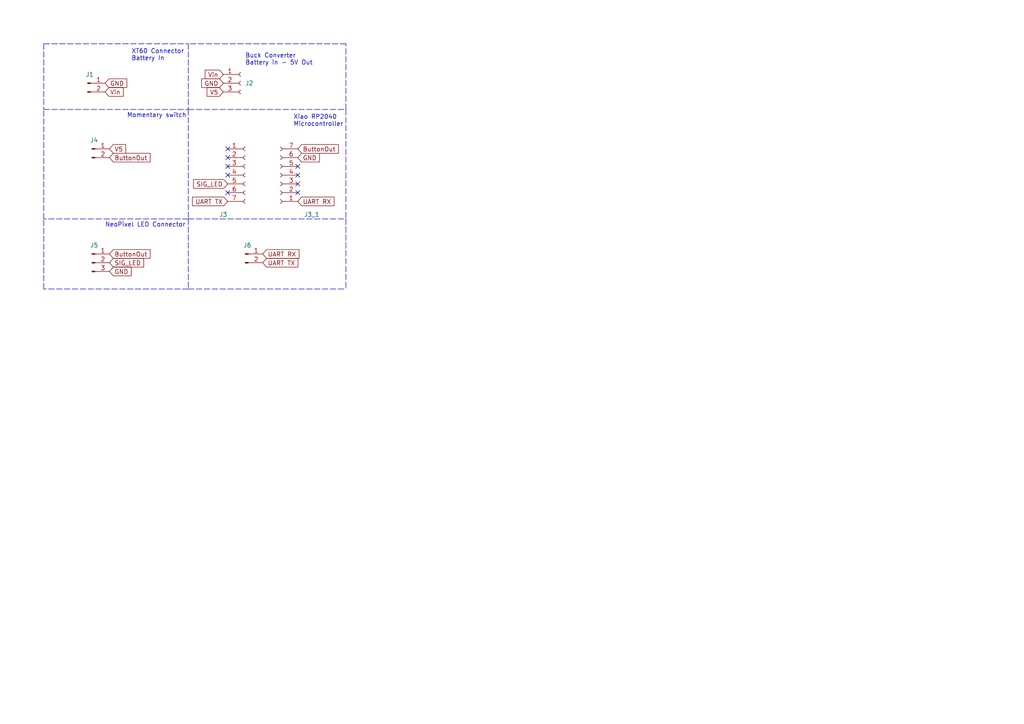
<source format=kicad_sch>
(kicad_sch (version 20211123) (generator eeschema)
  (paper "A4")
  (lib_symbols
    (symbol "Connector:Conn_01x02_Male" (pin_names (offset 1.016) hide)
      (property "Reference" "J" (at 0 2.54 0))
      (property "Value" "Conn_01x02_Male" (at 0 -5.08 0))
      (symbol "Conn_01x02_Male_1_1"
        (polyline (pts (xy 1.27 -2.54) (xy 0.8636 -2.54)) (stroke (width 0.1524)))
        (polyline (pts (xy 1.27 0) (xy 0.8636 0)) (stroke (width 0.1524)))
        (rectangle (start 0.8636 -2.413) (end 0 -2.667) (stroke (width 0.1524)) (fill (type outline)))
        (rectangle (start 0.8636 0.127) (end 0 -0.127) (stroke (width 0.1524)) (fill (type outline)))
        (pin passive line (at 5.08 0 180) (length 3.81) (name "Pin_1") (number "1"))
        (pin passive line (at 5.08 -2.54 180) (length 3.81) (name "Pin_2") (number "2"))
      )
    )
    (symbol "Connector:Conn_01x03_Female" (pin_names (offset 1.016) hide)
      (property "Reference" "J" (at 0 5.08 0))
      (property "Value" "Conn_01x03_Female" (at 0 -5.08 0))
      (symbol "Conn_01x03_Female_1_1"
        (arc (start 0 -2.032) (mid -0.508 -2.54) (end 0 -3.048) (stroke (width 0.1524)))
        (polyline (pts (xy -1.27 -2.54) (xy -0.508 -2.54)) (stroke (width 0.1524)))
        (polyline (pts (xy -1.27 0) (xy -0.508 0)) (stroke (width 0.1524)))
        (polyline (pts (xy -1.27 2.54) (xy -0.508 2.54)) (stroke (width 0.1524)))
        (arc (start 0 0.508) (mid -0.508 0) (end 0 -0.508) (stroke (width 0.1524)))
        (arc (start 0 3.048) (mid -0.508 2.54) (end 0 2.032) (stroke (width 0.1524)))
        (pin passive line (at -5.08 2.54 0) (length 3.81) (name "Pin_1") (number "1"))
        (pin passive line (at -5.08 0 0) (length 3.81) (name "Pin_2") (number "2"))
        (pin passive line (at -5.08 -2.54 0) (length 3.81) (name "Pin_3") (number "3"))
      )
    )
    (symbol "Connector:Conn_01x03_Male" (pin_names (offset 1.016) hide)
      (property "Reference" "J" (at 0 5.08 0))
      (property "Value" "Conn_01x03_Male" (at 0 -5.08 0))
      (symbol "Conn_01x03_Male_1_1"
        (polyline (pts (xy 1.27 -2.54) (xy 0.8636 -2.54)) (stroke (width 0.1524)))
        (polyline (pts (xy 1.27 0) (xy 0.8636 0)) (stroke (width 0.1524)))
        (polyline (pts (xy 1.27 2.54) (xy 0.8636 2.54)) (stroke (width 0.1524)))
        (rectangle (start 0.8636 -2.413) (end 0 -2.667) (stroke (width 0.1524)) (fill (type outline)))
        (rectangle (start 0.8636 0.127) (end 0 -0.127) (stroke (width 0.1524)) (fill (type outline)))
        (rectangle (start 0.8636 2.667) (end 0 2.413) (stroke (width 0.1524)) (fill (type outline)))
        (pin passive line (at 5.08 2.54 180) (length 3.81) (name "Pin_1") (number "1"))
        (pin passive line (at 5.08 0 180) (length 3.81) (name "Pin_2") (number "2"))
        (pin passive line (at 5.08 -2.54 180) (length 3.81) (name "Pin_3") (number "3"))
      )
    )
    (symbol "Connector:Conn_01x07_Female" (pin_names (offset 1.016) hide)
      (property "Reference" "J" (at 0 10.16 0))
      (property "Value" "Conn_01x07_Female" (at 0 -10.16 0))
      (symbol "Conn_01x07_Female_1_1"
        (arc (start 0 -7.112) (mid -0.508 -7.62) (end 0 -8.128) (stroke (width 0.1524)))
        (arc (start 0 -4.572) (mid -0.508 -5.08) (end 0 -5.588) (stroke (width 0.1524)))
        (arc (start 0 -2.032) (mid -0.508 -2.54) (end 0 -3.048) (stroke (width 0.1524)))
        (polyline (pts (xy -1.27 -7.62) (xy -0.508 -7.62)) (stroke (width 0.1524)))
        (polyline (pts (xy -1.27 -5.08) (xy -0.508 -5.08)) (stroke (width 0.1524)))
        (polyline (pts (xy -1.27 -2.54) (xy -0.508 -2.54)) (stroke (width 0.1524)))
        (polyline (pts (xy -1.27 0) (xy -0.508 0)) (stroke (width 0.1524)))
        (polyline (pts (xy -1.27 2.54) (xy -0.508 2.54)) (stroke (width 0.1524)))
        (polyline (pts (xy -1.27 5.08) (xy -0.508 5.08)) (stroke (width 0.1524)))
        (polyline (pts (xy -1.27 7.62) (xy -0.508 7.62)) (stroke (width 0.1524)))
        (arc (start 0 0.508) (mid -0.508 0) (end 0 -0.508) (stroke (width 0.1524)))
        (arc (start 0 3.048) (mid -0.508 2.54) (end 0 2.032) (stroke (width 0.1524)))
        (arc (start 0 5.588) (mid -0.508 5.08) (end 0 4.572) (stroke (width 0.1524)))
        (arc (start 0 8.128) (mid -0.508 7.62) (end 0 7.112) (stroke (width 0.1524)))
        (pin passive line (at -5.08 7.62 0) (length 3.81) (name "Pin_1") (number "1"))
        (pin passive line (at -5.08 5.08 0) (length 3.81) (name "Pin_2") (number "2"))
        (pin passive line (at -5.08 2.54 0) (length 3.81) (name "Pin_3") (number "3"))
        (pin passive line (at -5.08 0 0) (length 3.81) (name "Pin_4") (number "4"))
        (pin passive line (at -5.08 -2.54 0) (length 3.81) (name "Pin_5") (number "5"))
        (pin passive line (at -5.08 -5.08 0) (length 3.81) (name "Pin_6") (number "6"))
        (pin passive line (at -5.08 -7.62 0) (length 3.81) (name "Pin_7") (number "7"))
      )
    )
  )
  (no_connect (at 66.04 43.18))
  (no_connect (at 86.36 55.88))
  (no_connect (at 66.04 45.72))
  (no_connect (at 66.04 55.88))
  (no_connect (at 66.04 50.8))
  (no_connect (at 66.04 48.26))
  (no_connect (at 86.36 53.34))
  (no_connect (at 86.36 48.26))
  (no_connect (at 86.36 50.8))
  (polyline (pts (xy 100.33 63.5) (xy 100.33 83.82)))
  (polyline (pts (xy 54.61 63.5) (xy 100.33 63.5)))
  (polyline (pts (xy 54.61 31.75) (xy 100.33 31.75)))
  (polyline (pts (xy 54.61 31.75) (xy 54.61 63.5)))
  (polyline (pts (xy 54.61 83.82) (xy 100.33 83.82)))
  (polyline (pts (xy 100.33 12.7) (xy 54.61 12.7)))
  (polyline (pts (xy 54.61 63.5) (xy 12.7 63.5)))
  (polyline (pts (xy 100.33 31.75) (xy 100.33 12.7)))
  (polyline (pts (xy 12.7 83.82) (xy 12.7 63.5)))
  (polyline (pts (xy 54.61 12.7) (xy 54.61 31.75)))
  (polyline (pts (xy 54.61 83.82) (xy 12.7 83.82)))
  (polyline (pts (xy 100.33 31.75) (xy 100.33 63.5)))
  (polyline (pts (xy 12.7 63.5) (xy 12.7 31.75)))
  (polyline (pts (xy 12.7 12.7) (xy 54.61 12.7)))
  (polyline (pts (xy 12.7 12.7) (xy 12.7 31.75)))
  (polyline (pts (xy 54.61 63.5) (xy 54.61 83.82)))
  (polyline (pts (xy 12.7 31.75) (xy 54.61 31.75)))
  (text "Momentary switch" (at 36.83 34.29 0) (effects (font (size 1.27 1.27)) (justify left bottom)))
  (text "NeoPixel LED Connector\n" (at 30.48 66.04 0) (effects (font (size 1.27 1.27)) (justify left bottom)))
  (text "XT60 Connector\nBattery In" (at 38.1 17.78 0) (effects (font (size 1.27 1.27)) (justify left bottom)))
  (text "Xiao RP2040\nMicrocontroller" (at 85.09 36.83 0) (effects (font (size 1.27 1.27)) (justify left bottom)))
  (text "Buck Converter\nBattery in - 5V Out" (at 71.12 19.05 0) (effects (font (size 1.27 1.27)) (justify left bottom)))
  (global_label "ButtonOut" (shape input) (at 31.75 45.72 0) (property "Intersheet References" "${INTERSHEET_REFS}" (effects hide)))
  (global_label "UART RX" (shape input) (at 86.36 58.42 0) (property "Intersheet References" "${INTERSHEET_REFS}" (effects hide)))
  (global_label "Vin" (shape input) (at 64.77 21.59 180) (property "Intersheet References" "${INTERSHEET_REFS}" (effects hide)))
  (global_label "GND" (shape input) (at 64.77 24.13 180) (property "Intersheet References" "${INTERSHEET_REFS}" (effects hide)))
  (global_label "UART TX" (shape input) (at 66.04 58.42 180) (property "Intersheet References" "${INTERSHEET_REFS}" (effects hide)))
  (global_label "GND" (shape input) (at 31.75 78.74 0) (property "Intersheet References" "${INTERSHEET_REFS}" (effects hide)))
  (global_label "UART RX" (shape input) (at 76.2 73.66 0) (property "Intersheet References" "${INTERSHEET_REFS}" (effects hide)))
  (global_label "SIG_LED" (shape input) (at 31.75 76.2 0) (property "Intersheet References" "${INTERSHEET_REFS}" (effects hide)))
  (global_label "GND" (shape input) (at 30.48 24.13 0) (property "Intersheet References" "${INTERSHEET_REFS}" (effects hide)))
  (global_label "Vin" (shape input) (at 30.48 26.67 0) (property "Intersheet References" "${INTERSHEET_REFS}" (effects hide)))
  (global_label "GND" (shape input) (at 86.36 45.72 0) (property "Intersheet References" "${INTERSHEET_REFS}" (effects hide)))
  (global_label "UART TX" (shape input) (at 76.2 76.2 0) (property "Intersheet References" "${INTERSHEET_REFS}" (effects hide)))
  (global_label "V5" (shape input) (at 31.75 43.18 0) (property "Intersheet References" "${INTERSHEET_REFS}" (effects hide)))
  (global_label "SIG_LED" (shape input) (at 66.04 53.34 180) (property "Intersheet References" "${INTERSHEET_REFS}" (effects hide)))
  (global_label "V5" (shape input) (at 64.77 26.67 180) (property "Intersheet References" "${INTERSHEET_REFS}" (effects hide)))
  (global_label "ButtonOut" (shape input) (at 86.36 43.18 0) (property "Intersheet References" "${INTERSHEET_REFS}" (effects hide)))
  (global_label "ButtonOut" (shape input) (at 31.75 73.66 0) (property "Intersheet References" "${INTERSHEET_REFS}" (effects hide)))
  (symbol (lib_id "Connector:Conn_01x02_Male") (at 26.67 43.18 0) (unit 1)
    (property "Reference" "J4" (at 27.305 40.64 0))
    (property "Value" "Conn_01x02_Male" (effects hide))
    (property "Footprint" "Connector_PinHeader_2.54mm:PinHeader_1x02_P2.54mm_Vertical" (effects hide))
  )
  (symbol (lib_id "Connector:Conn_01x03_Female") (at 69.85 24.13 0) (unit 1)
    (property "Reference" "J2" (at 71.12 24.1299 0) (effects (justify left)))
    (property "Value" "Conn_01x03_Female" (effects hide))
    (property "Footprint" "Connector_PinSocket_2.54mm:PinSocket_1x03_P2.54mm_Vertical" (effects hide))
  )
  (symbol (lib_id "Connector:Conn_01x02_Male") (at 71.12 73.66 0) (unit 1)
    (property "Reference" "J6" (at 71.755 71.12 0))
    (property "Value" "Conn_01x02_Male" (effects hide))
    (property "Footprint" "Connector_PinHeader_2.54mm:PinHeader_1x02_P2.54mm_Vertical" (effects hide))
  )
  (symbol (lib_id "Connector:Conn_01x07_Female") (at 81.28 50.8 180) (unit 1)
    (property "Reference" "J3_1" (at 92.71 62.23 0) (effects (justify left)))
    (property "Value" "Conn_01x07_Female" (effects hide))
    (property "Footprint" "Connector_PinSocket_2.54mm:PinSocket_1x07_P2.54mm_Vertical" (effects hide))
  )
  (symbol (lib_id "Connector:Conn_01x07_Female") (at 71.12 50.8 0) (unit 1)
    (property "Reference" "J3" (at 64.77 62.23 0))
    (property "Value" "Conn_01x07_Female" (effects hide))
    (property "Footprint" "Connector_PinSocket_2.54mm:PinSocket_1x07_P2.54mm_Vertical" (effects hide))
  )
  (symbol (lib_id "Connector:Conn_01x03_Male") (at 26.67 76.2 0) (unit 1)
    (property "Reference" "J5" (at 27.305 71.12 0))
    (property "Value" "Conn_01x03_Male" (effects hide))
    (property "Footprint" "Connector_PinHeader_2.54mm:PinHeader_1x03_P2.54mm_Vertical" (effects hide))
  )
  (symbol (lib_id "Connector:Conn_01x02_Male") (at 25.4 24.13 0) (unit 1)
    (property "Reference" "J1" (at 26.035 21.59 0))
    (property "Value" "Conn_01x02_Male" (effects hide))
    (property "Footprint" "Connector_AMASS:AMASS_XT60-M_1x02_P7.20mm_Vertical" (effects hide))
  )
)
</source>
